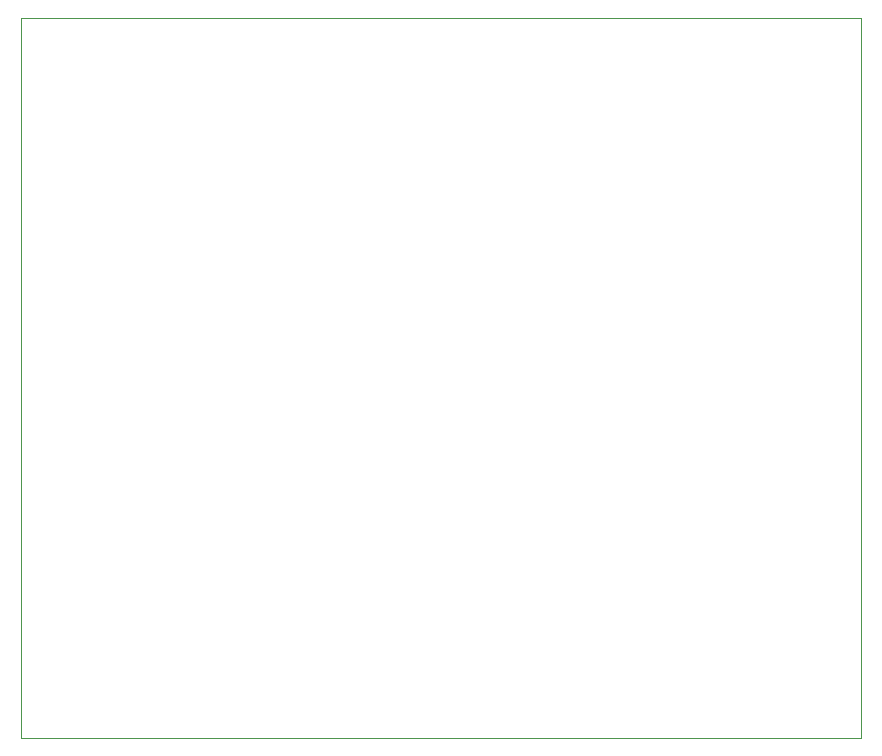
<source format=gbr>
G04 #@! TF.GenerationSoftware,KiCad,Pcbnew,(5.1.10-0-10_14)*
G04 #@! TF.CreationDate,2021-10-17T13:02:41+02:00*
G04 #@! TF.ProjectId,lv-lownoise-psu,6c762d6c-6f77-46e6-9f69-73652d707375,rev?*
G04 #@! TF.SameCoordinates,Original*
G04 #@! TF.FileFunction,Profile,NP*
%FSLAX46Y46*%
G04 Gerber Fmt 4.6, Leading zero omitted, Abs format (unit mm)*
G04 Created by KiCad (PCBNEW (5.1.10-0-10_14)) date 2021-10-17 13:02:41*
%MOMM*%
%LPD*%
G01*
G04 APERTURE LIST*
G04 #@! TA.AperFunction,Profile*
%ADD10C,0.050000*%
G04 #@! TD*
G04 APERTURE END LIST*
D10*
X80010000Y-27940000D02*
X80010000Y-88900000D01*
X151130000Y-27940000D02*
X80010000Y-27940000D01*
X151130000Y-88900000D02*
X151130000Y-27940000D01*
X80010000Y-88900000D02*
X151130000Y-88900000D01*
M02*

</source>
